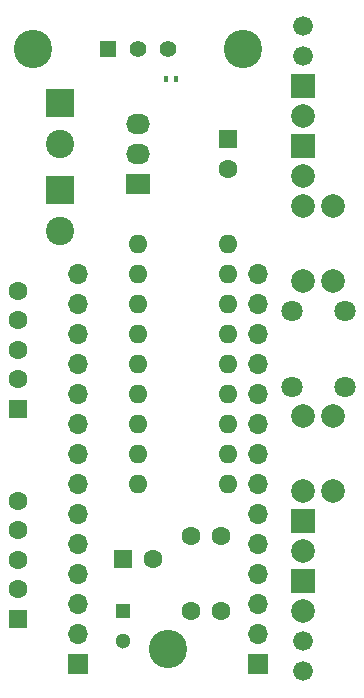
<source format=gbs>
G04 #@! TF.FileFunction,Soldermask,Bot*
%FSLAX46Y46*%
G04 Gerber Fmt 4.6, Leading zero omitted, Abs format (unit mm)*
G04 Created by KiCad (PCBNEW 4.0.7) date 09/06/18 07:33:57*
%MOMM*%
%LPD*%
G01*
G04 APERTURE LIST*
%ADD10C,0.100000*%
%ADD11R,1.600000X1.600000*%
%ADD12C,1.600000*%
%ADD13R,1.700000X1.700000*%
%ADD14O,1.700000X1.700000*%
%ADD15R,1.300000X1.300000*%
%ADD16C,1.300000*%
%ADD17C,1.676400*%
%ADD18O,1.600000X1.600000*%
%ADD19C,3.250000*%
%ADD20R,2.032000X1.727200*%
%ADD21O,2.032000X1.727200*%
%ADD22R,1.397000X1.397000*%
%ADD23C,1.397000*%
%ADD24C,2.400000*%
%ADD25R,2.400000X2.400000*%
%ADD26C,2.000000*%
%ADD27R,2.000000X2.000000*%
%ADD28C,1.998980*%
%ADD29C,1.800000*%
%ADD30R,0.400000X0.600000*%
G04 APERTURE END LIST*
D10*
D11*
X124460000Y-111760000D03*
D12*
X124460000Y-109260000D03*
X124460000Y-106760000D03*
X124460000Y-104260000D03*
X124460000Y-101760000D03*
D11*
X133350000Y-106680000D03*
D12*
X135850000Y-106680000D03*
D13*
X144780000Y-115570000D03*
D14*
X144780000Y-113030000D03*
X144780000Y-110490000D03*
X144780000Y-107950000D03*
X144780000Y-105410000D03*
X144780000Y-102870000D03*
X144780000Y-100330000D03*
X144780000Y-97790000D03*
X144780000Y-95250000D03*
X144780000Y-92710000D03*
X144780000Y-90170000D03*
X144780000Y-87630000D03*
X144780000Y-85090000D03*
X144780000Y-82550000D03*
D15*
X133350000Y-111125000D03*
D16*
X133350000Y-113625000D03*
D17*
X148590000Y-116205000D03*
X148590000Y-113665000D03*
X148590000Y-64135000D03*
X148590000Y-61595000D03*
D18*
X142240000Y-100330000D03*
X142240000Y-97790000D03*
X142240000Y-95250000D03*
X142240000Y-92710000D03*
X142240000Y-90170000D03*
X142240000Y-87630000D03*
X142240000Y-85090000D03*
X142240000Y-82550000D03*
X142240000Y-80010000D03*
X134620000Y-80010000D03*
X134620000Y-82550000D03*
X134620000Y-85090000D03*
X134620000Y-87630000D03*
X134620000Y-90170000D03*
X134620000Y-92710000D03*
X134620000Y-95250000D03*
X134620000Y-97790000D03*
X134620000Y-100330000D03*
D11*
X124460000Y-93980000D03*
D12*
X124460000Y-91480000D03*
X124460000Y-88980000D03*
X124460000Y-86480000D03*
X124460000Y-83980000D03*
D19*
X137160000Y-114300000D03*
X143510000Y-63500000D03*
X125730000Y-63500000D03*
D12*
X142240000Y-73620000D03*
D11*
X142240000Y-71120000D03*
D20*
X134620000Y-74930000D03*
D21*
X134620000Y-72390000D03*
X134620000Y-69850000D03*
D22*
X132080000Y-63500000D03*
D23*
X134620000Y-63500000D03*
X137160000Y-63500000D03*
D24*
X128016000Y-71572000D03*
D25*
X128016000Y-68072000D03*
D24*
X128016000Y-78938000D03*
D25*
X128016000Y-75438000D03*
D26*
X148590000Y-111125000D03*
D27*
X148590000Y-108585000D03*
D26*
X148590000Y-74295000D03*
D27*
X148590000Y-71755000D03*
D26*
X148590000Y-106045000D03*
D27*
X148590000Y-103505000D03*
D26*
X148590000Y-69215000D03*
D27*
X148590000Y-66675000D03*
D28*
X148590000Y-94615000D03*
X148590000Y-100965000D03*
X151130000Y-83185000D03*
X151130000Y-76835000D03*
X151130000Y-94615000D03*
X151130000Y-100965000D03*
X148590000Y-83185000D03*
X148590000Y-76835000D03*
D12*
X141605000Y-111125000D03*
X141605000Y-104775000D03*
X139065000Y-111125000D03*
X139065000Y-104775000D03*
D29*
X147610000Y-85650000D03*
X152110000Y-85650000D03*
X147610000Y-92150000D03*
X152110000Y-92150000D03*
D13*
X129540000Y-115570000D03*
D14*
X129540000Y-113030000D03*
X129540000Y-110490000D03*
X129540000Y-107950000D03*
X129540000Y-105410000D03*
X129540000Y-102870000D03*
X129540000Y-100330000D03*
X129540000Y-97790000D03*
X129540000Y-95250000D03*
X129540000Y-92710000D03*
X129540000Y-90170000D03*
X129540000Y-87630000D03*
X129540000Y-85090000D03*
X129540000Y-82550000D03*
D30*
X137864000Y-66040000D03*
X136964000Y-66040000D03*
M02*

</source>
